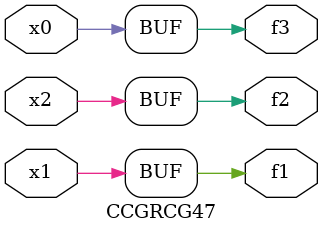
<source format=v>
module CCGRCG47(
	input x0, x1, x2,
	output f1, f2, f3
);
	assign f1 = x1;
	assign f2 = x2;
	assign f3 = x0;
endmodule

</source>
